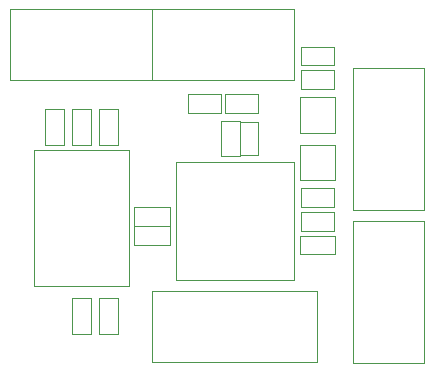
<source format=gbr>
%TF.GenerationSoftware,Altium Limited,Altium Designer,23.11.1 (41)*%
G04 Layer_Color=8388736*
%FSLAX45Y45*%
%MOMM*%
%TF.SameCoordinates,EE14C10C-1293-43E7-8F5D-FAE76E51A431*%
%TF.FilePolarity,Positive*%
%TF.FileFunction,Other,Top_Assembly*%
%TF.Part,Single*%
G01*
G75*
%TA.AperFunction,NonConductor*%
%ADD33C,0.05000*%
%ADD50C,0.01000*%
D33*
X9008500Y10050000D02*
Y10350000D01*
X8848500D02*
X9008500D01*
X8848500Y10050000D02*
X9008500D01*
X8848500D02*
Y10350000D01*
X8780000Y10050000D02*
Y10350000D01*
X8620000D02*
X8780000D01*
X8620000Y10050000D02*
X8780000D01*
X8620000D02*
Y10350000D01*
X8551500Y10050000D02*
Y10350000D01*
X8391500D02*
X8551500D01*
X8391500Y10050000D02*
X8551500D01*
X8391500D02*
Y10350000D01*
X8848500Y8450000D02*
Y8750000D01*
Y8450000D02*
X9008500D01*
X8848500Y8750000D02*
X9008500D01*
Y8450000D02*
Y8750000D01*
X8620000Y8450000D02*
Y8750000D01*
Y8450000D02*
X8780000D01*
X8620000Y8750000D02*
X8780000D01*
Y8450000D02*
Y8750000D01*
X10040000Y9950000D02*
Y10250000D01*
X9880000D02*
X10040000D01*
X9880000Y9950000D02*
X10040000D01*
X9880000D02*
Y10250000D01*
X9150000Y9360000D02*
X9450000D01*
X9150000Y9200000D02*
Y9360000D01*
X9450000Y9200000D02*
Y9360000D01*
X9150000Y9200000D02*
X9450000D01*
X9150000Y9520000D02*
X9450000D01*
X9150000Y9360000D02*
Y9520000D01*
X9450000Y9360000D02*
Y9520000D01*
X9150000Y9360000D02*
X9450000D01*
X10550000Y9120000D02*
X10850000D01*
Y9280000D01*
X10550000Y9120000D02*
Y9280000D01*
X10850000D01*
D50*
X9500000Y8900000D02*
Y9900000D01*
X10500000Y8900000D02*
Y9900000D01*
X9500000D02*
X10500000D01*
X9500000Y8900000D02*
X10500000D01*
X8300000Y8850000D02*
X9100000D01*
Y10000000D01*
X8300000D02*
X9100000D01*
X8300000Y8850000D02*
Y10000000D01*
X10550000Y10050000D02*
X10850000D01*
X10550000Y9750000D02*
Y10050000D01*
Y9750000D02*
X10850000D01*
Y10050000D01*
X10840000Y9520000D02*
Y9680000D01*
X10560000D02*
X10840000D01*
X10560000Y9520000D02*
X10840000D01*
X10560000D02*
Y9680000D01*
X9300000Y8209500D02*
Y8809500D01*
X10700000Y8209500D02*
Y8809500D01*
X9300000D02*
X10700000D01*
X9300000Y8209500D02*
X10700000D01*
X11600000Y8200000D02*
Y9400000D01*
X11000000Y8200000D02*
Y9400000D01*
X11600000D01*
X11000000Y8200000D02*
X11600000D01*
X8100000Y11200000D02*
X9300000D01*
X8100000Y10600000D02*
X9300000D01*
X8100000D02*
Y11200000D01*
X9300000Y10600000D02*
Y11200000D01*
X9300000D02*
X10500000D01*
X9300000Y10600000D02*
X10500000D01*
X9300000D02*
Y11200000D01*
X10500000Y10600000D02*
Y11200000D01*
X11600000Y9500000D02*
Y10700000D01*
X11000000Y9500000D02*
Y10700000D01*
X11600000D01*
X11000000Y9500000D02*
X11600000D01*
X10550000Y10150000D02*
X10850000D01*
Y10450000D01*
X10550000D02*
X10850000D01*
X10550000Y10150000D02*
Y10450000D01*
X10040000Y9960000D02*
X10200000D01*
Y10240000D01*
X10040000Y9960000D02*
Y10240000D01*
X10200000D01*
X9884000Y10320000D02*
Y10480000D01*
X9604000D02*
X9884000D01*
X9604000Y10320000D02*
X9884000D01*
X9604000D02*
Y10480000D01*
X9916000Y10320000D02*
Y10480000D01*
Y10320000D02*
X10196000D01*
X9916000Y10480000D02*
X10196000D01*
Y10320000D02*
Y10480000D01*
X10840000Y10720000D02*
Y10880000D01*
X10560000D02*
X10840000D01*
X10560000Y10720000D02*
X10840000D01*
X10560000D02*
Y10880000D01*
X10559999Y9320000D02*
Y9480000D01*
Y9320000D02*
X10839999D01*
X10559999Y9480000D02*
X10839999D01*
Y9320000D02*
Y9480000D01*
X10560000Y10520000D02*
Y10680000D01*
Y10520000D02*
X10840000D01*
X10560000Y10680000D02*
X10840000D01*
Y10520000D02*
Y10680000D01*
%TF.MD5,8a54c5face809f28762aec6259539e11*%
M02*

</source>
